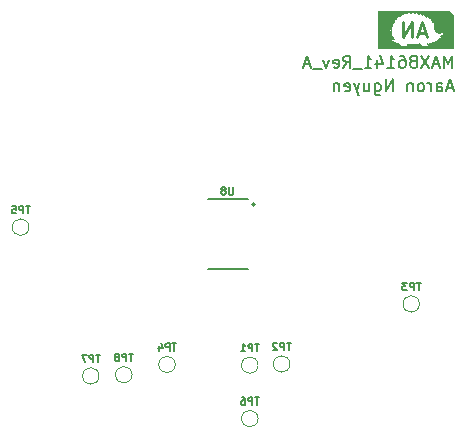
<source format=gbo>
G04 #@! TF.GenerationSoftware,KiCad,Pcbnew,(6.0.0)*
G04 #@! TF.CreationDate,2022-06-18T15:13:31-07:00*
G04 #@! TF.ProjectId,max86141_Rev_A,6d617838-3631-4343-915f-5265765f412e,A*
G04 #@! TF.SameCoordinates,Original*
G04 #@! TF.FileFunction,Legend,Bot*
G04 #@! TF.FilePolarity,Positive*
%FSLAX46Y46*%
G04 Gerber Fmt 4.6, Leading zero omitted, Abs format (unit mm)*
G04 Created by KiCad (PCBNEW (6.0.0)) date 2022-06-18 15:13:31*
%MOMM*%
%LPD*%
G01*
G04 APERTURE LIST*
%ADD10C,0.177800*%
%ADD11C,0.254000*%
%ADD12C,0.127000*%
%ADD13C,0.120000*%
%ADD14C,0.100000*%
%ADD15C,0.200000*%
%ADD16C,0.700000*%
%ADD17C,0.650000*%
%ADD18R,1.700000X1.700000*%
%ADD19O,1.700000X1.700000*%
%ADD20C,1.000000*%
%ADD21R,0.900000X0.300000*%
%ADD22R,0.850000X0.300000*%
G04 APERTURE END LIST*
D10*
X169004575Y-97629133D02*
X168520766Y-97629133D01*
X169101337Y-97919419D02*
X168762670Y-96903419D01*
X168424004Y-97919419D01*
X167649908Y-97919419D02*
X167649908Y-97387228D01*
X167698289Y-97290466D01*
X167795051Y-97242085D01*
X167988575Y-97242085D01*
X168085337Y-97290466D01*
X167649908Y-97871038D02*
X167746670Y-97919419D01*
X167988575Y-97919419D01*
X168085337Y-97871038D01*
X168133718Y-97774276D01*
X168133718Y-97677514D01*
X168085337Y-97580752D01*
X167988575Y-97532371D01*
X167746670Y-97532371D01*
X167649908Y-97483990D01*
X167166099Y-97919419D02*
X167166099Y-97242085D01*
X167166099Y-97435609D02*
X167117718Y-97338847D01*
X167069337Y-97290466D01*
X166972575Y-97242085D01*
X166875813Y-97242085D01*
X166392004Y-97919419D02*
X166488766Y-97871038D01*
X166537146Y-97822657D01*
X166585527Y-97725895D01*
X166585527Y-97435609D01*
X166537146Y-97338847D01*
X166488766Y-97290466D01*
X166392004Y-97242085D01*
X166246861Y-97242085D01*
X166150099Y-97290466D01*
X166101718Y-97338847D01*
X166053337Y-97435609D01*
X166053337Y-97725895D01*
X166101718Y-97822657D01*
X166150099Y-97871038D01*
X166246861Y-97919419D01*
X166392004Y-97919419D01*
X165617908Y-97242085D02*
X165617908Y-97919419D01*
X165617908Y-97338847D02*
X165569527Y-97290466D01*
X165472766Y-97242085D01*
X165327623Y-97242085D01*
X165230861Y-97290466D01*
X165182480Y-97387228D01*
X165182480Y-97919419D01*
X163924575Y-97919419D02*
X163924575Y-96903419D01*
X163344004Y-97919419D01*
X163344004Y-96903419D01*
X162424766Y-97242085D02*
X162424766Y-98064561D01*
X162473146Y-98161323D01*
X162521527Y-98209704D01*
X162618289Y-98258085D01*
X162763432Y-98258085D01*
X162860194Y-98209704D01*
X162424766Y-97871038D02*
X162521527Y-97919419D01*
X162715051Y-97919419D01*
X162811813Y-97871038D01*
X162860194Y-97822657D01*
X162908575Y-97725895D01*
X162908575Y-97435609D01*
X162860194Y-97338847D01*
X162811813Y-97290466D01*
X162715051Y-97242085D01*
X162521527Y-97242085D01*
X162424766Y-97290466D01*
X161505527Y-97242085D02*
X161505527Y-97919419D01*
X161940956Y-97242085D02*
X161940956Y-97774276D01*
X161892575Y-97871038D01*
X161795813Y-97919419D01*
X161650670Y-97919419D01*
X161553908Y-97871038D01*
X161505527Y-97822657D01*
X161118480Y-97242085D02*
X160876575Y-97919419D01*
X160634670Y-97242085D02*
X160876575Y-97919419D01*
X160973337Y-98161323D01*
X161021718Y-98209704D01*
X161118480Y-98258085D01*
X159860575Y-97871038D02*
X159957337Y-97919419D01*
X160150861Y-97919419D01*
X160247623Y-97871038D01*
X160296004Y-97774276D01*
X160296004Y-97387228D01*
X160247623Y-97290466D01*
X160150861Y-97242085D01*
X159957337Y-97242085D01*
X159860575Y-97290466D01*
X159812194Y-97387228D01*
X159812194Y-97483990D01*
X160296004Y-97580752D01*
X159376766Y-97242085D02*
X159376766Y-97919419D01*
X159376766Y-97338847D02*
X159328385Y-97290466D01*
X159231623Y-97242085D01*
X159086480Y-97242085D01*
X158989718Y-97290466D01*
X158941337Y-97387228D01*
X158941337Y-97919419D01*
X168956195Y-95918919D02*
X168956195Y-94902919D01*
X168617528Y-95628633D01*
X168278862Y-94902919D01*
X168278862Y-95918919D01*
X167843433Y-95628633D02*
X167359623Y-95628633D01*
X167940195Y-95918919D02*
X167601528Y-94902919D01*
X167262862Y-95918919D01*
X167020957Y-94902919D02*
X166343623Y-95918919D01*
X166343623Y-94902919D02*
X167020957Y-95918919D01*
X165811433Y-95338347D02*
X165908195Y-95289966D01*
X165956576Y-95241585D01*
X166004957Y-95144823D01*
X166004957Y-95096442D01*
X165956576Y-94999680D01*
X165908195Y-94951300D01*
X165811433Y-94902919D01*
X165617909Y-94902919D01*
X165521147Y-94951300D01*
X165472766Y-94999680D01*
X165424385Y-95096442D01*
X165424385Y-95144823D01*
X165472766Y-95241585D01*
X165521147Y-95289966D01*
X165617909Y-95338347D01*
X165811433Y-95338347D01*
X165908195Y-95386728D01*
X165956576Y-95435109D01*
X166004957Y-95531871D01*
X166004957Y-95725395D01*
X165956576Y-95822157D01*
X165908195Y-95870538D01*
X165811433Y-95918919D01*
X165617909Y-95918919D01*
X165521147Y-95870538D01*
X165472766Y-95822157D01*
X165424385Y-95725395D01*
X165424385Y-95531871D01*
X165472766Y-95435109D01*
X165521147Y-95386728D01*
X165617909Y-95338347D01*
X164553528Y-94902919D02*
X164747052Y-94902919D01*
X164843814Y-94951300D01*
X164892195Y-94999680D01*
X164988957Y-95144823D01*
X165037338Y-95338347D01*
X165037338Y-95725395D01*
X164988957Y-95822157D01*
X164940576Y-95870538D01*
X164843814Y-95918919D01*
X164650290Y-95918919D01*
X164553528Y-95870538D01*
X164505147Y-95822157D01*
X164456766Y-95725395D01*
X164456766Y-95483490D01*
X164505147Y-95386728D01*
X164553528Y-95338347D01*
X164650290Y-95289966D01*
X164843814Y-95289966D01*
X164940576Y-95338347D01*
X164988957Y-95386728D01*
X165037338Y-95483490D01*
X163489147Y-95918919D02*
X164069719Y-95918919D01*
X163779433Y-95918919D02*
X163779433Y-94902919D01*
X163876195Y-95048061D01*
X163972957Y-95144823D01*
X164069719Y-95193204D01*
X162618290Y-95241585D02*
X162618290Y-95918919D01*
X162860195Y-94854538D02*
X163102100Y-95580252D01*
X162473147Y-95580252D01*
X161553909Y-95918919D02*
X162134481Y-95918919D01*
X161844195Y-95918919D02*
X161844195Y-94902919D01*
X161940957Y-95048061D01*
X162037719Y-95144823D01*
X162134481Y-95193204D01*
X161360385Y-96015680D02*
X160586290Y-96015680D01*
X159763814Y-95918919D02*
X160102481Y-95435109D01*
X160344385Y-95918919D02*
X160344385Y-94902919D01*
X159957338Y-94902919D01*
X159860576Y-94951300D01*
X159812195Y-94999680D01*
X159763814Y-95096442D01*
X159763814Y-95241585D01*
X159812195Y-95338347D01*
X159860576Y-95386728D01*
X159957338Y-95435109D01*
X160344385Y-95435109D01*
X158941338Y-95870538D02*
X159038100Y-95918919D01*
X159231623Y-95918919D01*
X159328385Y-95870538D01*
X159376766Y-95773776D01*
X159376766Y-95386728D01*
X159328385Y-95289966D01*
X159231623Y-95241585D01*
X159038100Y-95241585D01*
X158941338Y-95289966D01*
X158892957Y-95386728D01*
X158892957Y-95483490D01*
X159376766Y-95580252D01*
X158554290Y-95241585D02*
X158312385Y-95918919D01*
X158070481Y-95241585D01*
X157925338Y-96015680D02*
X157151243Y-96015680D01*
X156957719Y-95628633D02*
X156473909Y-95628633D01*
X157054481Y-95918919D02*
X156715814Y-94902919D01*
X156377147Y-95918919D01*
D11*
X166702619Y-92947066D02*
X166097857Y-92947066D01*
X166823571Y-93309923D02*
X166400238Y-92039923D01*
X165976904Y-93309923D01*
X165553571Y-93309923D02*
X165553571Y-92039923D01*
X164827857Y-93309923D01*
X164827857Y-92039923D01*
D12*
X166307709Y-114129861D02*
X165944852Y-114129861D01*
X166126280Y-114764861D02*
X166126280Y-114129861D01*
X165733185Y-114764861D02*
X165733185Y-114129861D01*
X165491280Y-114129861D01*
X165430804Y-114160100D01*
X165400566Y-114190338D01*
X165370328Y-114250814D01*
X165370328Y-114341528D01*
X165400566Y-114402004D01*
X165430804Y-114432242D01*
X165491280Y-114462480D01*
X165733185Y-114462480D01*
X165158661Y-114129861D02*
X164765566Y-114129861D01*
X164977233Y-114371766D01*
X164886519Y-114371766D01*
X164826042Y-114402004D01*
X164795804Y-114432242D01*
X164765566Y-114492719D01*
X164765566Y-114643909D01*
X164795804Y-114704385D01*
X164826042Y-114734623D01*
X164886519Y-114764861D01*
X165067947Y-114764861D01*
X165128423Y-114734623D01*
X165158661Y-114704385D01*
X150422809Y-106030261D02*
X150422809Y-106544309D01*
X150392571Y-106604785D01*
X150362333Y-106635023D01*
X150301857Y-106665261D01*
X150180904Y-106665261D01*
X150120428Y-106635023D01*
X150090190Y-106604785D01*
X150059952Y-106544309D01*
X150059952Y-106030261D01*
X149666857Y-106302404D02*
X149727333Y-106272166D01*
X149757571Y-106241928D01*
X149787809Y-106181452D01*
X149787809Y-106151214D01*
X149757571Y-106090738D01*
X149727333Y-106060500D01*
X149666857Y-106030261D01*
X149545904Y-106030261D01*
X149485428Y-106060500D01*
X149455190Y-106090738D01*
X149424952Y-106151214D01*
X149424952Y-106181452D01*
X149455190Y-106241928D01*
X149485428Y-106272166D01*
X149545904Y-106302404D01*
X149666857Y-106302404D01*
X149727333Y-106332642D01*
X149757571Y-106362880D01*
X149787809Y-106423357D01*
X149787809Y-106544309D01*
X149757571Y-106604785D01*
X149727333Y-106635023D01*
X149666857Y-106665261D01*
X149545904Y-106665261D01*
X149485428Y-106635023D01*
X149455190Y-106604785D01*
X149424952Y-106544309D01*
X149424952Y-106423357D01*
X149455190Y-106362880D01*
X149485428Y-106332642D01*
X149545904Y-106302404D01*
X152642509Y-119311461D02*
X152279652Y-119311461D01*
X152461080Y-119946461D02*
X152461080Y-119311461D01*
X152067985Y-119946461D02*
X152067985Y-119311461D01*
X151826080Y-119311461D01*
X151765604Y-119341700D01*
X151735366Y-119371938D01*
X151705128Y-119432414D01*
X151705128Y-119523128D01*
X151735366Y-119583604D01*
X151765604Y-119613842D01*
X151826080Y-119644080D01*
X152067985Y-119644080D01*
X151100366Y-119946461D02*
X151463223Y-119946461D01*
X151281795Y-119946461D02*
X151281795Y-119311461D01*
X151342271Y-119402176D01*
X151402747Y-119462652D01*
X151463223Y-119492890D01*
X155334909Y-119209861D02*
X154972052Y-119209861D01*
X155153480Y-119844861D02*
X155153480Y-119209861D01*
X154760385Y-119844861D02*
X154760385Y-119209861D01*
X154518480Y-119209861D01*
X154458004Y-119240100D01*
X154427766Y-119270338D01*
X154397528Y-119330814D01*
X154397528Y-119421528D01*
X154427766Y-119482004D01*
X154458004Y-119512242D01*
X154518480Y-119542480D01*
X154760385Y-119542480D01*
X154155623Y-119270338D02*
X154125385Y-119240100D01*
X154064909Y-119209861D01*
X153913719Y-119209861D01*
X153853242Y-119240100D01*
X153823004Y-119270338D01*
X153792766Y-119330814D01*
X153792766Y-119391290D01*
X153823004Y-119482004D01*
X154185861Y-119844861D01*
X153792766Y-119844861D01*
X139180509Y-120225861D02*
X138817652Y-120225861D01*
X138999080Y-120860861D02*
X138999080Y-120225861D01*
X138605985Y-120860861D02*
X138605985Y-120225861D01*
X138364080Y-120225861D01*
X138303604Y-120256100D01*
X138273366Y-120286338D01*
X138243128Y-120346814D01*
X138243128Y-120437528D01*
X138273366Y-120498004D01*
X138303604Y-120528242D01*
X138364080Y-120558480D01*
X138605985Y-120558480D01*
X138031461Y-120225861D02*
X137608128Y-120225861D01*
X137880271Y-120860861D01*
X141974509Y-120124261D02*
X141611652Y-120124261D01*
X141793080Y-120759261D02*
X141793080Y-120124261D01*
X141399985Y-120759261D02*
X141399985Y-120124261D01*
X141158080Y-120124261D01*
X141097604Y-120154500D01*
X141067366Y-120184738D01*
X141037128Y-120245214D01*
X141037128Y-120335928D01*
X141067366Y-120396404D01*
X141097604Y-120426642D01*
X141158080Y-120456880D01*
X141399985Y-120456880D01*
X140674271Y-120396404D02*
X140734747Y-120366166D01*
X140764985Y-120335928D01*
X140795223Y-120275452D01*
X140795223Y-120245214D01*
X140764985Y-120184738D01*
X140734747Y-120154500D01*
X140674271Y-120124261D01*
X140553319Y-120124261D01*
X140492842Y-120154500D01*
X140462604Y-120184738D01*
X140432366Y-120245214D01*
X140432366Y-120275452D01*
X140462604Y-120335928D01*
X140492842Y-120366166D01*
X140553319Y-120396404D01*
X140674271Y-120396404D01*
X140734747Y-120426642D01*
X140764985Y-120456880D01*
X140795223Y-120517357D01*
X140795223Y-120638309D01*
X140764985Y-120698785D01*
X140734747Y-120729023D01*
X140674271Y-120759261D01*
X140553319Y-120759261D01*
X140492842Y-120729023D01*
X140462604Y-120698785D01*
X140432366Y-120638309D01*
X140432366Y-120517357D01*
X140462604Y-120456880D01*
X140492842Y-120426642D01*
X140553319Y-120396404D01*
X145632109Y-119260661D02*
X145269252Y-119260661D01*
X145450680Y-119895661D02*
X145450680Y-119260661D01*
X145057585Y-119895661D02*
X145057585Y-119260661D01*
X144815680Y-119260661D01*
X144755204Y-119290900D01*
X144724966Y-119321138D01*
X144694728Y-119381614D01*
X144694728Y-119472328D01*
X144724966Y-119532804D01*
X144755204Y-119563042D01*
X144815680Y-119593280D01*
X145057585Y-119593280D01*
X144150442Y-119472328D02*
X144150442Y-119895661D01*
X144301633Y-119230423D02*
X144452823Y-119683995D01*
X144059728Y-119683995D01*
X133236909Y-107627461D02*
X132874052Y-107627461D01*
X133055480Y-108262461D02*
X133055480Y-107627461D01*
X132662385Y-108262461D02*
X132662385Y-107627461D01*
X132420480Y-107627461D01*
X132360004Y-107657700D01*
X132329766Y-107687938D01*
X132299528Y-107748414D01*
X132299528Y-107839128D01*
X132329766Y-107899604D01*
X132360004Y-107929842D01*
X132420480Y-107960080D01*
X132662385Y-107960080D01*
X131725004Y-107627461D02*
X132027385Y-107627461D01*
X132057623Y-107929842D01*
X132027385Y-107899604D01*
X131966909Y-107869366D01*
X131815719Y-107869366D01*
X131755242Y-107899604D01*
X131725004Y-107929842D01*
X131694766Y-107990319D01*
X131694766Y-108141509D01*
X131725004Y-108201985D01*
X131755242Y-108232223D01*
X131815719Y-108262461D01*
X131966909Y-108262461D01*
X132027385Y-108232223D01*
X132057623Y-108201985D01*
X152642509Y-123832661D02*
X152279652Y-123832661D01*
X152461080Y-124467661D02*
X152461080Y-123832661D01*
X152067985Y-124467661D02*
X152067985Y-123832661D01*
X151826080Y-123832661D01*
X151765604Y-123862900D01*
X151735366Y-123893138D01*
X151705128Y-123953614D01*
X151705128Y-124044328D01*
X151735366Y-124104804D01*
X151765604Y-124135042D01*
X151826080Y-124165280D01*
X152067985Y-124165280D01*
X151160842Y-123832661D02*
X151281795Y-123832661D01*
X151342271Y-123862900D01*
X151372509Y-123893138D01*
X151432985Y-123983852D01*
X151463223Y-124104804D01*
X151463223Y-124346709D01*
X151432985Y-124407185D01*
X151402747Y-124437423D01*
X151342271Y-124467661D01*
X151221319Y-124467661D01*
X151160842Y-124437423D01*
X151130604Y-124407185D01*
X151100366Y-124346709D01*
X151100366Y-124195519D01*
X151130604Y-124135042D01*
X151160842Y-124104804D01*
X151221319Y-124074566D01*
X151342271Y-124074566D01*
X151402747Y-124104804D01*
X151432985Y-124135042D01*
X151463223Y-124195519D01*
D13*
X169037000Y-94259400D02*
X162687000Y-94259400D01*
X162687000Y-94259400D02*
X162687000Y-91084400D01*
X162687000Y-91084400D02*
X168656000Y-91084400D01*
X169037000Y-91465400D02*
X169037000Y-94259400D01*
X165608000Y-91211400D02*
X165652155Y-91228291D01*
X165570832Y-91197519D02*
G75*
G03*
X165558283Y-91193625I-42745J-115581D01*
G01*
X165570832Y-91197519D02*
X165608000Y-91211400D01*
X165652155Y-91228291D02*
X165700901Y-91247403D01*
X165700901Y-91247403D02*
X165748911Y-91266176D01*
X165748911Y-91266176D02*
X165790747Y-91281998D01*
X165440678Y-91249161D02*
X165485744Y-91261917D01*
X164530048Y-91520712D02*
G75*
G03*
X164533022Y-91519382I-5926J17241D01*
G01*
X164507833Y-91430084D02*
X164524288Y-91427278D01*
X165241101Y-91199893D02*
X165341303Y-91224293D01*
X165493970Y-91262111D02*
G75*
G03*
X165500499Y-91257839I-3109J11878D01*
G01*
X165526374Y-91194283D02*
G75*
G03*
X165518174Y-91205540I15021J-19556D01*
G01*
X165558283Y-91193625D02*
G75*
G03*
X165538323Y-91190585I-25707J-101716D01*
G01*
X164477164Y-91538744D02*
X164505436Y-91529153D01*
X164496241Y-91432299D02*
X164507833Y-91430084D01*
X165201116Y-91191703D02*
X165241101Y-91199893D01*
X164505436Y-91529153D02*
X164530048Y-91520712D01*
X165176587Y-91276387D02*
X165169752Y-91230803D01*
X164716815Y-91393813D02*
X164801219Y-91376285D01*
X164827702Y-91362980D02*
G75*
G03*
X164833701Y-91343294I-12535J14577D01*
G01*
X165162916Y-91185218D02*
X165201116Y-91191703D01*
X164533544Y-91517340D02*
X164526303Y-91506132D01*
X164526303Y-91506132D02*
X164516868Y-91492720D01*
X164533022Y-91519382D02*
G75*
G03*
X164533544Y-91517340I-710J1269D01*
G01*
X164504947Y-91477184D02*
X164473166Y-91437057D01*
X164366660Y-91576658D02*
X164407386Y-91562289D01*
X164542311Y-91424401D02*
X164559316Y-91421889D01*
X164559316Y-91421889D02*
X164581846Y-91418359D01*
X164516868Y-91492720D02*
X164504947Y-91477184D01*
X164524288Y-91427278D02*
X164542311Y-91424401D01*
X164581846Y-91418359D02*
X164622082Y-91411310D01*
X164668897Y-91402812D02*
X164716815Y-91393813D01*
X164833702Y-91343295D02*
G75*
G03*
X164819060Y-91305891I-186245J-51335D01*
G01*
X164803803Y-91276387D02*
X164990195Y-91276387D01*
X165169752Y-91230803D02*
X165162916Y-91185218D01*
X164622082Y-91411310D02*
X164668897Y-91402812D01*
X165485744Y-91261916D02*
G75*
G03*
X165493970Y-91262110I4450J14228D01*
G01*
X164407386Y-91562289D02*
X164444316Y-91549732D01*
X164444316Y-91549732D02*
X164477164Y-91538744D01*
X164990195Y-91276387D02*
X165176587Y-91276387D01*
X164473166Y-91437057D02*
X164496241Y-91432299D01*
X164801219Y-91376285D02*
G75*
G03*
X164827702Y-91362980I-13406J59693D01*
G01*
X165341303Y-91224293D02*
X165440678Y-91249161D01*
X165500499Y-91257839D02*
G75*
G03*
X165505878Y-91247850I-25711J20289D01*
G01*
X165505878Y-91247850D02*
G75*
G03*
X165510938Y-91229990I-201047J66603D01*
G01*
X164328295Y-91590619D02*
X164366660Y-91576658D01*
X164819060Y-91305891D02*
X164803803Y-91276387D01*
X165518174Y-91205540D02*
G75*
G03*
X165510938Y-91229990I216398J-77338D01*
G01*
X165538323Y-91190585D02*
G75*
G03*
X165526374Y-91194282I-986J-17970D01*
G01*
X165790747Y-91281998D02*
X165826880Y-91295285D01*
X166235385Y-91276013D02*
X166270928Y-91299414D01*
X166815172Y-91522947D02*
X166822185Y-91514062D01*
X166468098Y-91428083D02*
G75*
G03*
X166480760Y-91402510I-243085J136280D01*
G01*
X166381418Y-91391038D02*
X166399717Y-91405615D01*
X166448518Y-91444396D02*
G75*
G03*
X166456072Y-91443530I3201J5458D01*
G01*
X166629535Y-91477319D02*
X166679674Y-91522833D01*
X166875931Y-91536428D02*
X166887810Y-91551018D01*
X166270928Y-91299414D02*
X166292635Y-91315558D01*
X166764660Y-91596197D02*
G75*
G03*
X166767565Y-91594890I129J3597D01*
G01*
X166499754Y-91358632D02*
X166629535Y-91477319D01*
X166767565Y-91594890D02*
X166773908Y-91586785D01*
X166905560Y-91577456D02*
G75*
G03*
X166898353Y-91565522I-106869J-56396D01*
G01*
X166722763Y-91561198D02*
X166760963Y-91594731D01*
X166905560Y-91577456D02*
G75*
G03*
X166913607Y-91590602I107001J56466D01*
G01*
X166788636Y-91563887D02*
X166796863Y-91550175D01*
X166864452Y-91524062D02*
X166875931Y-91536428D01*
X166913607Y-91590602D02*
X166927638Y-91609782D01*
X166927638Y-91609782D02*
X166944281Y-91630846D01*
X165826879Y-91295284D02*
G75*
G03*
X165833118Y-91296387I6239J17095D01*
G01*
X165840776Y-91284395D02*
G75*
G03*
X165844440Y-91271207I-107528J36980D01*
G01*
X166363240Y-91374888D02*
X166381418Y-91391038D01*
X166838944Y-91503356D02*
G75*
G03*
X166831729Y-91504942I-1960J-8284D01*
G01*
X165833118Y-91296388D02*
G75*
G03*
X165836764Y-91294106I0J4054D01*
G01*
X166292635Y-91315558D02*
X166318005Y-91335782D01*
X165836764Y-91294106D02*
G75*
G03*
X165840776Y-91284395I-78107J37953D01*
G01*
X166399717Y-91405615D02*
X166415911Y-91417107D01*
X166088282Y-91326969D02*
X166106210Y-91336967D01*
X165881755Y-91218289D02*
G75*
G03*
X165904691Y-91234470I95293J110733D01*
G01*
X166442989Y-91433063D02*
G75*
G03*
X166438860Y-91428743I-19753J-14746D01*
G01*
X166152272Y-91367057D02*
X166173292Y-91334222D01*
X166480760Y-91402510D02*
X166499754Y-91358632D01*
X165881755Y-91218289D02*
G75*
G03*
X165867545Y-91209074I-40961J-47599D01*
G01*
X166444316Y-91437061D02*
G75*
G03*
X166442988Y-91433062I-6684J0D01*
G01*
X166173292Y-91334222D02*
X166205763Y-91285225D01*
X166009682Y-91290333D02*
X166054316Y-91310549D01*
X166781109Y-91576327D02*
X166788636Y-91563887D01*
X165904691Y-91234470D02*
X165955361Y-91262452D01*
X166847372Y-91507793D02*
G75*
G03*
X166838944Y-91503355I-12818J-14119D01*
G01*
X166847372Y-91507794D02*
X166864452Y-91524062D01*
X165858638Y-91210799D02*
G75*
G03*
X165852464Y-91222988I18163J-16858D01*
G01*
X166054316Y-91310549D02*
X166069999Y-91317623D01*
X166432848Y-91424784D02*
G75*
G03*
X166425740Y-91421839I-20747J-40026D01*
G01*
X166679674Y-91522833D02*
X166722763Y-91561198D01*
X166760963Y-91594731D02*
G75*
G03*
X166764660Y-91596197I3909J4463D01*
G01*
X166773908Y-91586785D02*
X166781109Y-91576327D01*
X166831730Y-91504943D02*
G75*
G03*
X166822185Y-91514062I41917J-53424D01*
G01*
X166219798Y-91274419D02*
G75*
G03*
X166205763Y-91285225I9641J-27040D01*
G01*
X166806177Y-91535845D02*
X166815172Y-91522947D01*
X165844440Y-91271207D02*
X165847159Y-91255562D01*
X166318005Y-91335782D02*
X166342921Y-91356673D01*
X166069999Y-91317623D02*
X166088282Y-91326969D01*
X166342921Y-91356673D02*
X166363240Y-91374888D01*
X166796863Y-91550175D02*
X166806177Y-91535845D01*
X165847159Y-91255562D02*
X165852464Y-91222988D01*
X166887810Y-91551018D02*
X166898353Y-91565522D01*
X165955361Y-91262452D02*
X166009682Y-91290333D01*
X166106210Y-91336967D02*
X166120794Y-91346061D01*
X166120794Y-91346061D02*
X166152272Y-91367057D01*
X166438860Y-91428743D02*
G75*
G03*
X166432848Y-91424784I-21945J-26781D01*
G01*
X165867544Y-91209074D02*
G75*
G03*
X165858638Y-91210799I-3273J-6953D01*
G01*
X166235385Y-91276014D02*
G75*
G03*
X166219799Y-91274420I-9467J-15572D01*
G01*
X166415912Y-91417107D02*
G75*
G03*
X166425740Y-91421839I21538J32163D01*
G01*
X166444317Y-91437061D02*
G75*
G03*
X166448518Y-91444396I8503J0D01*
G01*
X166456072Y-91443530D02*
G75*
G03*
X166468098Y-91428083I-44905J47365D01*
G01*
X167410972Y-92065641D02*
X167425827Y-92060794D01*
X167443715Y-92175073D02*
X167442299Y-92248887D01*
X167394316Y-92071387D02*
X167410972Y-92065641D01*
X167188329Y-91863418D02*
G75*
G03*
X167189766Y-91863558I790J667D01*
G01*
X167455636Y-92505541D02*
X167487113Y-92621387D01*
X166944281Y-91630846D02*
X166961403Y-91650894D01*
X167503258Y-92668340D02*
X167527270Y-92722346D01*
X167003489Y-91698263D02*
X167058784Y-91671210D01*
X167262467Y-91799101D02*
X167292885Y-91915244D01*
X167146703Y-91697740D02*
X167164237Y-91773806D01*
X167527270Y-92722346D02*
X167553152Y-92771786D01*
X167581545Y-92810622D02*
G75*
G03*
X167574270Y-92801387I-82393J-57424D01*
G01*
X167344044Y-92084534D02*
G75*
G03*
X167357324Y-92083769I5136J26471D01*
G01*
X167617611Y-92874060D02*
X167674532Y-92924833D01*
X167598563Y-92843014D02*
G75*
G03*
X167617611Y-92874060I68735J20804D01*
G01*
X167444092Y-92112934D02*
X167443715Y-92175073D01*
X167806620Y-93004694D02*
X167831398Y-93010821D01*
X166961403Y-91650894D02*
X167003489Y-91698263D01*
X167425827Y-92060794D02*
X167438411Y-92056903D01*
X167212248Y-91844850D02*
X167226256Y-91832275D01*
X167357324Y-92083769D02*
X167394316Y-92071387D01*
X167873743Y-93016388D02*
G75*
G03*
X167894966Y-93015024I0J165842D01*
G01*
X167855181Y-93015057D02*
G75*
G03*
X167873743Y-93016387I18562J128891D01*
G01*
X167144317Y-91676339D02*
G75*
G03*
X167146703Y-91697740I97169J0D01*
G01*
X167553151Y-92771786D02*
G75*
G03*
X167574270Y-92801387I149524J84342D01*
G01*
X167921598Y-93001729D02*
G75*
G03*
X167934478Y-92986161I-100856J96554D01*
G01*
X167894966Y-93015024D02*
G75*
G03*
X167909561Y-93010588I-5881J45579D01*
G01*
X167973994Y-92948592D02*
G75*
G03*
X167934478Y-92986161I76934J-120489D01*
G01*
X168217309Y-93036166D02*
G75*
G03*
X168192989Y-92990043I-396433J-179553D01*
G01*
X167164237Y-91773806D02*
X167183090Y-91853072D01*
X167292885Y-91915244D02*
X167305015Y-91961729D01*
X167325732Y-92042082D02*
X167329894Y-92058887D01*
X167784655Y-92997436D02*
G75*
G03*
X167806620Y-93004694I93450J245942D01*
G01*
X168087452Y-92916400D02*
G75*
G03*
X168028639Y-92924034I-3693J-201911D01*
G01*
X168139095Y-92928106D02*
G75*
G03*
X168087451Y-92916400I-54026J-118575D01*
G01*
X167183090Y-91853072D02*
G75*
G03*
X167188329Y-91863418I24438J5875D01*
G01*
X167226256Y-91832275D02*
X167262467Y-91799101D01*
X167443900Y-92058393D02*
X167444092Y-92112934D01*
X167443901Y-92058393D02*
G75*
G03*
X167441885Y-92056387I-2016J-10D01*
G01*
X167674532Y-92924833D02*
X167736794Y-92972186D01*
X167588727Y-92821865D02*
X167594787Y-92833291D01*
X167440337Y-92379802D02*
G75*
G03*
X167443994Y-92443969I512043J-3006D01*
G01*
X167736794Y-92972187D02*
G75*
G03*
X167784655Y-92997436I126619J182024D01*
G01*
X168028638Y-92924035D02*
G75*
G03*
X167973993Y-92948593I56238J-198212D01*
G01*
X167487112Y-92621388D02*
G75*
G03*
X167503258Y-92668340I437575J124216D01*
G01*
X167200178Y-91855108D02*
X167212248Y-91844850D01*
X167329893Y-92058887D02*
G75*
G03*
X167336208Y-92078168I121525J29125D01*
G01*
X167138446Y-91658509D02*
G75*
G03*
X167123869Y-91650597I-15749J-11631D01*
G01*
X167144316Y-91676339D02*
G75*
G03*
X167138446Y-91658509I-30012J0D01*
G01*
X167598564Y-92843015D02*
G75*
G03*
X167594787Y-92833291I-65271J-19756D01*
G01*
X168163572Y-92947409D02*
G75*
G03*
X168139095Y-92928106I-51636J-40307D01*
G01*
X167336208Y-92078169D02*
G75*
G03*
X167344044Y-92084535I9876J4150D01*
G01*
X167098163Y-91654385D02*
G75*
G03*
X167058784Y-91671210I144352J-392357D01*
G01*
X167442299Y-92248887D02*
X167440337Y-92379802D01*
X168192989Y-92990043D02*
G75*
G03*
X168163572Y-92947409I-376758J-228493D01*
G01*
X167441885Y-92056388D02*
G75*
G03*
X167438411Y-92056903I0J-11976D01*
G01*
X167831398Y-93010821D02*
X167855181Y-93015058D01*
X167305015Y-91961729D02*
X167316304Y-92005349D01*
X167123870Y-91650597D02*
G75*
G03*
X167098163Y-91654385I-3799J-63337D01*
G01*
X167581545Y-92810623D02*
X167588727Y-92821865D01*
X167909561Y-93010588D02*
G75*
G03*
X167921598Y-93001729I-19376J38933D01*
G01*
X167316304Y-92005349D02*
X167325732Y-92042082D01*
X167443994Y-92443969D02*
G75*
G03*
X167455636Y-92505541I463660J55781D01*
G01*
X167189766Y-91863558D02*
X167200178Y-91855108D01*
X167514316Y-93735116D02*
X167380227Y-93788538D01*
X167758343Y-93578292D02*
X167620939Y-93677504D01*
X166950010Y-94038505D02*
G75*
G03*
X166954374Y-94008789I-56614J23492D01*
G01*
X166898128Y-93886110D02*
G75*
G03*
X166895293Y-93898527I4896J-7650D01*
G01*
X167167257Y-93845295D02*
G75*
G03*
X167275122Y-93822067I-186137J1126421D01*
G01*
X166274704Y-93996542D02*
G75*
G03*
X166322369Y-94044315I327944J279538D01*
G01*
X166235713Y-93942946D02*
G75*
G03*
X166274704Y-93996543I367100J226082D01*
G01*
X165159665Y-94075766D02*
G75*
G03*
X165208665Y-94066635I-722J139910D01*
G01*
X164488754Y-93952225D02*
G75*
G03*
X164499787Y-93994578I238066J39404D01*
G01*
X166463892Y-94073400D02*
X166388219Y-94070333D01*
X165225322Y-93982623D02*
G75*
G03*
X165199993Y-93937392I-288286J-131726D01*
G01*
X164499786Y-93994578D02*
G75*
G03*
X164517404Y-94027829I125452J45176D01*
G01*
X165694993Y-93886387D02*
X165165669Y-93886387D01*
X164420023Y-93866731D02*
X164284432Y-93830882D01*
X164019829Y-93744146D02*
X163904316Y-93700166D01*
X164488754Y-93952226D02*
G75*
G03*
X164476645Y-93905469I-266935J-44183D01*
G01*
X167885799Y-93472022D02*
X167758343Y-93578292D01*
X163803346Y-93653196D02*
G75*
G03*
X163904316Y-93700166I421134J773294D01*
G01*
X166866920Y-94073509D02*
X166794544Y-94075809D01*
X168054959Y-93251262D02*
G75*
G03*
X168008549Y-93310967I615846J-526607D01*
G01*
X166363873Y-94066430D02*
G75*
G03*
X166388219Y-94070333I29525J106280D01*
G01*
X166554226Y-94075593D02*
X166463892Y-94073400D01*
X168224316Y-93068626D02*
G75*
G03*
X168217308Y-93036167I-78674J0D01*
G01*
X168197310Y-93132062D02*
G75*
G03*
X168217562Y-93099313I-125029J99956D01*
G01*
X167885799Y-93472022D02*
G75*
G03*
X167952027Y-93394650I-253998J284443D01*
G01*
X166895293Y-93898527D02*
G75*
G03*
X166919054Y-93933082I358907J221348D01*
G01*
X166011807Y-93886807D02*
X165694993Y-93886387D01*
X166224316Y-93902707D02*
G75*
G03*
X166235713Y-93942946I76736J0D01*
G01*
X165159665Y-94075766D02*
X164895016Y-94076259D01*
X168008549Y-93310967D02*
X167952027Y-93394650D01*
X166954375Y-94008789D02*
G75*
G03*
X166943929Y-93972898I-103011J-10514D01*
G01*
X167275122Y-93822067D02*
G75*
G03*
X167380227Y-93788538I-293904J1102822D01*
G01*
X168131019Y-93185326D02*
G75*
G03*
X168095002Y-93209945I69853J-140849D01*
G01*
X166322370Y-94044316D02*
G75*
G03*
X166363873Y-94066429I70527J82363D01*
G01*
X164457972Y-93882791D02*
G75*
G03*
X164420023Y-93866731I-77840J-131069D01*
G01*
X166910635Y-94069256D02*
X166866920Y-94073509D01*
X164895016Y-94076259D02*
X164635375Y-94074776D01*
X165228767Y-94049106D02*
G75*
G03*
X165234986Y-94020824I-45440J24816D01*
G01*
X167167257Y-93845296D02*
X167024316Y-93865702D01*
X164284432Y-93830882D02*
X164211382Y-93810046D01*
X164517404Y-94027829D02*
G75*
G03*
X164541409Y-94051525I84014J61103D01*
G01*
X166224317Y-93902707D02*
G75*
G03*
X166214775Y-93892522I-10207J0D01*
G01*
X168167197Y-93162226D02*
G75*
G03*
X168197310Y-93132062I-121324J151232D01*
G01*
X166794544Y-94075809D02*
X166654591Y-94076332D01*
X166140730Y-93888965D02*
X166011807Y-93886807D01*
X164122476Y-93780843D02*
X164019829Y-93744146D01*
X166932092Y-94060820D02*
G75*
G03*
X166950010Y-94038505I-29377J41940D01*
G01*
X164541409Y-94051525D02*
G75*
G03*
X164571296Y-94065718I55676J78676D01*
G01*
X165165669Y-93886387D02*
X165199993Y-93937392D01*
X166654591Y-94076332D02*
X166554226Y-94075593D01*
X164571296Y-94065718D02*
G75*
G03*
X164635375Y-94074776I66562J239697D01*
G01*
X167514316Y-93735116D02*
G75*
G03*
X167620939Y-93677504I-251351J592648D01*
G01*
X166917638Y-93879012D02*
G75*
G03*
X166898127Y-93886111I6081J-47078D01*
G01*
X165234986Y-94020824D02*
G75*
G03*
X165225321Y-93982624I-109322J-7336D01*
G01*
X168095002Y-93209945D02*
G75*
G03*
X168054960Y-93251262I311236J-341694D01*
G01*
X166943929Y-93972898D02*
G75*
G03*
X166919054Y-93933082I-224259J-112426D01*
G01*
X168217562Y-93099313D02*
G75*
G03*
X168224316Y-93068626I-66336J30687D01*
G01*
X166910635Y-94069255D02*
G75*
G03*
X166932091Y-94060820I-6776J48741D01*
G01*
X165208665Y-94066635D02*
G75*
G03*
X165228767Y-94049106I-13678J35977D01*
G01*
X167024316Y-93865702D02*
X166917639Y-93879012D01*
X164476645Y-93905468D02*
G75*
G03*
X164457972Y-93882791I-40784J-14555D01*
G01*
X168131019Y-93185326D02*
G75*
G03*
X168167197Y-93162226I-88582J178615D01*
G01*
X164211382Y-93810046D02*
X164122476Y-93780843D01*
X166214775Y-93892522D02*
X166140730Y-93888965D01*
X164045813Y-93528271D02*
G75*
G03*
X164064096Y-93516723I-2716J24546D01*
G01*
X163651200Y-93492370D02*
G75*
G03*
X163637616Y-93502071I108J-14513D01*
G01*
X164067966Y-93502648D02*
G75*
G03*
X164066482Y-93495758I-21374J-999D01*
G01*
X163931031Y-93330229D02*
X163920597Y-93297766D01*
X163712997Y-92544703D02*
X163696319Y-92539585D01*
X163740319Y-92481170D02*
X163760030Y-92459186D01*
X163760030Y-92459186D02*
X163781236Y-92434261D01*
X163815012Y-92391387D02*
X163828549Y-92373570D01*
X163714381Y-93493549D02*
X163787777Y-93499827D01*
X163938999Y-93525247D02*
G75*
G03*
X164000439Y-93530258I73380J520527D01*
G01*
X163637616Y-93502070D02*
G75*
G03*
X163646096Y-93538408I32757J-11514D01*
G01*
X164041318Y-93485295D02*
G75*
G03*
X164028839Y-93492620I68107J-130314D01*
G01*
X163920597Y-93297766D02*
X163914016Y-93274493D01*
X163853873Y-93233304D02*
X163805690Y-93239011D01*
X164049778Y-93482815D02*
G75*
G03*
X164041318Y-93485295I2003J-22500D01*
G01*
X163805690Y-93239011D02*
X163811282Y-93076585D01*
X163757909Y-92555358D02*
X163733530Y-92550089D01*
X163914016Y-93274493D02*
X163902056Y-93227598D01*
X163761349Y-92781387D02*
X163775686Y-92738945D01*
X163733530Y-92550089D02*
X163712997Y-92544703D01*
X163787777Y-93499827D02*
X163862707Y-93512148D01*
X163781236Y-92434261D02*
X163800778Y-92410231D01*
X164000439Y-93530258D02*
G75*
G03*
X164045813Y-93528271I7765J341806D01*
G01*
X164062827Y-93489594D02*
G75*
G03*
X164056489Y-93484277I-17769J-14746D01*
G01*
X163943101Y-93365466D02*
X163931031Y-93330229D01*
X163828549Y-92373570D02*
X163845647Y-92352998D01*
X163721935Y-92894892D02*
X163761349Y-92781387D01*
X163816875Y-92914159D02*
X163764580Y-92921351D01*
X163695650Y-92533034D02*
G75*
G03*
X163694316Y-92536835I4750J-3801D01*
G01*
X163845647Y-92352998D02*
X163863411Y-92332978D01*
X163695650Y-92533034D02*
X163707830Y-92518056D01*
X163863411Y-92332978D02*
X163879010Y-92316869D01*
X163988140Y-93496227D02*
G75*
G03*
X163997805Y-93501896I12198J9722D01*
G01*
X163879010Y-92316869D02*
X163892536Y-92303085D01*
X163811282Y-93076585D02*
X163816875Y-92914159D01*
X164064096Y-93516723D02*
G75*
G03*
X164067145Y-93509800I-23149J14328D01*
G01*
X163694316Y-92536835D02*
G75*
G03*
X163696319Y-92539585I2890J0D01*
G01*
X163722689Y-92500674D02*
X163740319Y-92481170D01*
X163801762Y-92653238D02*
X163808946Y-92624693D01*
X163984316Y-93485292D02*
G75*
G03*
X163983264Y-93478568I-22002J1D01*
G01*
X163984316Y-93485291D02*
G75*
G03*
X163988141Y-93496227I17546J0D01*
G01*
X163775686Y-92738945D02*
X163789786Y-92694109D01*
X163721935Y-92894893D02*
G75*
G03*
X163718692Y-92915762I56636J-19487D01*
G01*
X163955146Y-93398382D02*
X163943101Y-93365466D01*
X163997805Y-93501896D02*
G75*
G03*
X164012306Y-93500694I4856J29498D01*
G01*
X163707830Y-92518056D02*
X163722689Y-92500674D01*
X163712674Y-93595235D02*
G75*
G03*
X163803346Y-93653196I458172J616849D01*
G01*
X164056490Y-93484277D02*
G75*
G03*
X164049778Y-93482814I-5693J-9990D01*
G01*
X163975748Y-93455671D02*
X163966321Y-93428600D01*
X163800778Y-92410231D02*
X163815012Y-92391387D01*
X163966321Y-93428600D02*
X163955146Y-93398382D01*
X163808946Y-92624693D02*
X163821501Y-92567999D01*
X163651201Y-93492370D02*
X163714381Y-93493549D01*
X163646096Y-93538408D02*
G75*
G03*
X163712674Y-93595235I452370J462574D01*
G01*
X163862707Y-93512148D02*
X163938999Y-93525247D01*
X163983264Y-93478568D02*
X163975748Y-93455671D01*
X163902056Y-93227598D02*
X163853873Y-93233304D01*
X164067144Y-93509800D02*
G75*
G03*
X164067966Y-93502648I-21594J6104D01*
G01*
X163821501Y-92567999D02*
X163757909Y-92555358D01*
X164012306Y-93500694D02*
G75*
G03*
X164028839Y-93492620I-23666J69425D01*
G01*
X164066482Y-93495757D02*
G75*
G03*
X164062827Y-93489593I-21227J-8420D01*
G01*
X163718692Y-92915761D02*
G75*
G03*
X163727493Y-92924214I8651J199D01*
G01*
X163727494Y-92924214D02*
G75*
G03*
X163764580Y-92921351I-5424J311949D01*
G01*
X163789786Y-92694109D02*
X163801762Y-92653238D01*
X163815030Y-92219701D02*
X163841363Y-92193571D01*
X164027403Y-92011744D02*
X164056346Y-91982100D01*
X164234317Y-91732190D02*
G75*
G03*
X164232937Y-91725801I-15483J0D01*
G01*
X164209346Y-91753796D02*
G75*
G03*
X164222428Y-91745433I-63531J113792D01*
G01*
X164019164Y-91950429D02*
X164006899Y-91940817D01*
X164183476Y-91646212D02*
X164211396Y-91635790D01*
X163914316Y-92274647D02*
G75*
G03*
X163912182Y-92270684I-4746J0D01*
G01*
X163871088Y-92164359D02*
X163906388Y-92130148D01*
X163815030Y-92219701D02*
G75*
G03*
X163814316Y-92221416I1704J-1715D01*
G01*
X163979916Y-92058753D02*
X164010745Y-92028480D01*
X163976869Y-91911375D02*
G75*
G03*
X163974609Y-91915553I3313J-4492D01*
G01*
X164222427Y-91745433D02*
G75*
G03*
X164231959Y-91737594I-60629J83435D01*
G01*
X163892536Y-92303085D02*
X163903945Y-92290227D01*
X163974609Y-91915553D02*
G75*
G03*
X163976532Y-91919627I4714J-266D01*
G01*
X164232937Y-91725801D02*
X164226849Y-91713319D01*
X163845148Y-92237007D02*
X163829004Y-92229506D01*
X164231959Y-91737593D02*
G75*
G03*
X164234316Y-91732190I-5015J5403D01*
G01*
X163906388Y-92130148D02*
X163943760Y-92093992D01*
X164010745Y-92028480D02*
X164027403Y-92011744D01*
X164226849Y-91713319D02*
X164218630Y-91698762D01*
X163912774Y-92279195D02*
G75*
G03*
X163914316Y-92274647I-5939J4548D01*
G01*
X163995399Y-91932292D02*
X163986874Y-91926596D01*
X164193844Y-91761600D02*
X164209345Y-91753796D01*
X164211396Y-91635790D02*
X164226063Y-91630232D01*
X164226063Y-91630232D02*
X164248740Y-91621474D01*
X164248740Y-91621474D02*
X164274297Y-91611519D01*
X164208896Y-91683621D02*
X164183476Y-91646212D01*
X164274297Y-91611519D02*
X164299316Y-91601688D01*
X163912182Y-92270684D02*
X163899629Y-92262888D01*
X164048655Y-91863820D02*
X164097956Y-91829879D01*
X164056346Y-91982100D02*
X164030388Y-91959773D01*
X164299316Y-91601688D02*
X164328295Y-91590619D01*
X163883477Y-92254235D02*
X163864316Y-92245434D01*
X164218630Y-91698762D02*
X164208896Y-91683621D01*
X164097956Y-91829879D02*
X164136951Y-91801715D01*
X164136951Y-91801715D02*
G75*
G03*
X164146344Y-91791443I-21208J28824D01*
G01*
X163864316Y-92245434D02*
X163845148Y-92237007D01*
X163829004Y-92229506D02*
X163815184Y-92222807D01*
X163903945Y-92290227D02*
X163912775Y-92279196D01*
X163899629Y-92262888D02*
X163883477Y-92254235D01*
X163986874Y-91926596D02*
X163976532Y-91919627D01*
X163988170Y-91903567D02*
X164048655Y-91863820D01*
X164151460Y-91785862D02*
X164163196Y-91777895D01*
X163814316Y-92221416D02*
G75*
G03*
X163815184Y-92222807I1548J0D01*
G01*
X163841363Y-92193571D02*
X163871088Y-92164359D01*
X163943760Y-92093992D02*
X163979916Y-92058753D01*
X164151460Y-91785862D02*
G75*
G03*
X164146344Y-91791443I11426J-15609D01*
G01*
X164163196Y-91777895D02*
X164177834Y-91769438D01*
X164030388Y-91959773D02*
X164019164Y-91950429D01*
X164177834Y-91769438D02*
X164193844Y-91761600D01*
X164006899Y-91940817D02*
X163995399Y-91932292D01*
X163976869Y-91911375D02*
X163988170Y-91903567D01*
D14*
X167262467Y-91799101D02*
X167444092Y-92112934D01*
X167444092Y-92112934D02*
X167487113Y-92621387D01*
X167487113Y-92621387D02*
X167736794Y-92972186D01*
X167736794Y-92972186D02*
X167873743Y-93016387D01*
X167873743Y-93016387D02*
X168087451Y-92916400D01*
X168087451Y-92916400D02*
X168192989Y-92990043D01*
X168192989Y-92990043D02*
X168197310Y-93132062D01*
X168197310Y-93132062D02*
X167885799Y-93472022D01*
X167885799Y-93472022D02*
X167894000Y-94259400D01*
X167894000Y-94259400D02*
X169037000Y-94259400D01*
X169037000Y-94259400D02*
X169037000Y-91450160D01*
X169037000Y-91450160D02*
X168666160Y-91079320D01*
X168666160Y-91079320D02*
X167259000Y-91084400D01*
X167259000Y-91084400D02*
X167262467Y-91799101D01*
G36*
X169037000Y-91450160D02*
G01*
X169037000Y-94259400D01*
X167894000Y-94259400D01*
X167885799Y-93472022D01*
X168197310Y-93132062D01*
X168192989Y-92990043D01*
X168087451Y-92916400D01*
X167873743Y-93016387D01*
X167736794Y-92972186D01*
X167487113Y-92621387D01*
X167444092Y-92112934D01*
X167262467Y-91799101D01*
X167259000Y-91084400D01*
X168666160Y-91079320D01*
X169037000Y-91450160D01*
G37*
X169037000Y-91450160D02*
X169037000Y-94259400D01*
X167894000Y-94259400D01*
X167885799Y-93472022D01*
X168197310Y-93132062D01*
X168192989Y-92990043D01*
X168087451Y-92916400D01*
X167873743Y-93016387D01*
X167736794Y-92972186D01*
X167487113Y-92621387D01*
X167444092Y-92112934D01*
X167262467Y-91799101D01*
X167259000Y-91084400D01*
X168666160Y-91079320D01*
X169037000Y-91450160D01*
X162687000Y-92227400D02*
X163871088Y-92164359D01*
X163871088Y-92164359D02*
X164027403Y-92011744D01*
X164027403Y-92011744D02*
X163988170Y-91903567D01*
X163988170Y-91903567D02*
X164084000Y-91846400D01*
X164084000Y-91846400D02*
X164209346Y-91753796D01*
X164209346Y-91753796D02*
X164211396Y-91635790D01*
X164211396Y-91635790D02*
X164505436Y-91529153D01*
X164505436Y-91529153D02*
X164524288Y-91427278D01*
X164524288Y-91427278D02*
X164801219Y-91376285D01*
X164801219Y-91376285D02*
X164819060Y-91305891D01*
X164819060Y-91305891D02*
X165176587Y-91276387D01*
X165176587Y-91276387D02*
X165201116Y-91191703D01*
X165201116Y-91191703D02*
X165485744Y-91261916D01*
X165485744Y-91261916D02*
X165541395Y-91213839D01*
X165541395Y-91213839D02*
X165826880Y-91295285D01*
X165826880Y-91295285D02*
X165876801Y-91227657D01*
X165876801Y-91227657D02*
X166152272Y-91367057D01*
X166152272Y-91367057D02*
X166229439Y-91301459D01*
X166229439Y-91301459D02*
X166456072Y-91443530D01*
X166456072Y-91443530D02*
X166499754Y-91358632D01*
X166499754Y-91358632D02*
X166764660Y-91596197D01*
X166764660Y-91596197D02*
X166864452Y-91524062D01*
X166864452Y-91524062D02*
X167003489Y-91698263D01*
X167003489Y-91698263D02*
X167122697Y-91670140D01*
X167122697Y-91670140D02*
X167164237Y-91773806D01*
X167164237Y-91773806D02*
X167262467Y-91799101D01*
X167262467Y-91799101D02*
X167262467Y-91084400D01*
X167262467Y-91084400D02*
X162687000Y-91084400D01*
X162687000Y-91084400D02*
X162687000Y-92227400D01*
G36*
X167262467Y-91799101D02*
G01*
X167164237Y-91773806D01*
X167122697Y-91670140D01*
X167003489Y-91698263D01*
X166864452Y-91524062D01*
X166764660Y-91596197D01*
X166499754Y-91358632D01*
X166456072Y-91443530D01*
X166229439Y-91301459D01*
X166152272Y-91367057D01*
X165876801Y-91227657D01*
X165826880Y-91295285D01*
X165541395Y-91213839D01*
X165485744Y-91261916D01*
X165201116Y-91191703D01*
X165176587Y-91276387D01*
X164819060Y-91305891D01*
X164801219Y-91376285D01*
X164524288Y-91427278D01*
X164505436Y-91529153D01*
X164211396Y-91635790D01*
X164209346Y-91753796D01*
X164084000Y-91846400D01*
X163988170Y-91903567D01*
X164027403Y-92011744D01*
X163871088Y-92164359D01*
X162687000Y-92227400D01*
X162687000Y-91084400D01*
X167262467Y-91084400D01*
X167262467Y-91799101D01*
G37*
X167262467Y-91799101D02*
X167164237Y-91773806D01*
X167122697Y-91670140D01*
X167003489Y-91698263D01*
X166864452Y-91524062D01*
X166764660Y-91596197D01*
X166499754Y-91358632D01*
X166456072Y-91443530D01*
X166229439Y-91301459D01*
X166152272Y-91367057D01*
X165876801Y-91227657D01*
X165826880Y-91295285D01*
X165541395Y-91213839D01*
X165485744Y-91261916D01*
X165201116Y-91191703D01*
X165176587Y-91276387D01*
X164819060Y-91305891D01*
X164801219Y-91376285D01*
X164524288Y-91427278D01*
X164505436Y-91529153D01*
X164211396Y-91635790D01*
X164209346Y-91753796D01*
X164084000Y-91846400D01*
X163988170Y-91903567D01*
X164027403Y-92011744D01*
X163871088Y-92164359D01*
X162687000Y-92227400D01*
X162687000Y-91084400D01*
X167262467Y-91084400D01*
X167262467Y-91799101D01*
X162687000Y-94259400D02*
X164465000Y-94259400D01*
X164465000Y-94259400D02*
X164457972Y-93882791D01*
X164457972Y-93882791D02*
X164019829Y-93744146D01*
X164019829Y-93744146D02*
X163712674Y-93595235D01*
X163712674Y-93595235D02*
X163703000Y-93497400D01*
X163703000Y-93497400D02*
X163997805Y-93501896D01*
X163997805Y-93501896D02*
X163914016Y-93274493D01*
X163914016Y-93274493D02*
X163805690Y-93239011D01*
X163805690Y-93239011D02*
X163816875Y-92914159D01*
X163816875Y-92914159D02*
X163721935Y-92894892D01*
X163721935Y-92894892D02*
X163830000Y-92608400D01*
X163830000Y-92608400D02*
X163733530Y-92550089D01*
X163733530Y-92550089D02*
X163879010Y-92316869D01*
X163879010Y-92316869D02*
X163815184Y-92222807D01*
X163815184Y-92222807D02*
X163871088Y-92164359D01*
X163871088Y-92164359D02*
X162687000Y-92164359D01*
X162687000Y-92164359D02*
X162687000Y-94259400D01*
G36*
X163815184Y-92222807D02*
G01*
X163879010Y-92316869D01*
X163733530Y-92550089D01*
X163830000Y-92608400D01*
X163721935Y-92894892D01*
X163816875Y-92914159D01*
X163805690Y-93239011D01*
X163914016Y-93274493D01*
X163997805Y-93501896D01*
X163703000Y-93497400D01*
X163712674Y-93595235D01*
X164019829Y-93744146D01*
X164457972Y-93882791D01*
X164465000Y-94259400D01*
X162687000Y-94259400D01*
X162687000Y-92164359D01*
X163871088Y-92164359D01*
X163815184Y-92222807D01*
G37*
X163815184Y-92222807D02*
X163879010Y-92316869D01*
X163733530Y-92550089D01*
X163830000Y-92608400D01*
X163721935Y-92894892D01*
X163816875Y-92914159D01*
X163805690Y-93239011D01*
X163914016Y-93274493D01*
X163997805Y-93501896D01*
X163703000Y-93497400D01*
X163712674Y-93595235D01*
X164019829Y-93744146D01*
X164457972Y-93882791D01*
X164465000Y-94259400D01*
X162687000Y-94259400D01*
X162687000Y-92164359D01*
X163871088Y-92164359D01*
X163815184Y-92222807D01*
X167620939Y-93677504D02*
X166917638Y-93879012D01*
X166917638Y-93879012D02*
X166910635Y-94069256D01*
X166910635Y-94069256D02*
X166363873Y-94066430D01*
X166363873Y-94066430D02*
X166214110Y-93902707D01*
X166214110Y-93902707D02*
X165165669Y-93886387D01*
X165165669Y-93886387D02*
X165208665Y-94066635D01*
X165208665Y-94066635D02*
X164571296Y-94065718D01*
X164571296Y-94065718D02*
X164476645Y-93905469D01*
X164476645Y-93905469D02*
X164465000Y-94259400D01*
X164465000Y-94259400D02*
X167894000Y-94259400D01*
X167894000Y-94259400D02*
X167894000Y-93497400D01*
X167894000Y-93497400D02*
X167620939Y-93677504D01*
G36*
X167894000Y-94259400D02*
G01*
X164465000Y-94259400D01*
X164476645Y-93905469D01*
X164571296Y-94065718D01*
X165208665Y-94066635D01*
X165165669Y-93886387D01*
X166214110Y-93902707D01*
X166363873Y-94066430D01*
X166910635Y-94069256D01*
X166917638Y-93879012D01*
X167620939Y-93677504D01*
X167894000Y-93497400D01*
X167894000Y-94259400D01*
G37*
X167894000Y-94259400D02*
X164465000Y-94259400D01*
X164476645Y-93905469D01*
X164571296Y-94065718D01*
X165208665Y-94066635D01*
X165165669Y-93886387D01*
X166214110Y-93902707D01*
X166363873Y-94066430D01*
X166910635Y-94069256D01*
X166917638Y-93879012D01*
X167620939Y-93677504D01*
X167894000Y-93497400D01*
X167894000Y-94259400D01*
D13*
X166206400Y-115925600D02*
G75*
G03*
X166206400Y-115925600I-700000J0D01*
G01*
D12*
X148300000Y-112964000D02*
X151700000Y-112964000D01*
X151700000Y-107036000D02*
X148300000Y-107036000D01*
D15*
X152250000Y-107500000D02*
G75*
G03*
X152250000Y-107500000I-100000J0D01*
G01*
D13*
X152541200Y-121107200D02*
G75*
G03*
X152541200Y-121107200I-700000J0D01*
G01*
X155233600Y-121005600D02*
G75*
G03*
X155233600Y-121005600I-700000J0D01*
G01*
X139079200Y-122021600D02*
G75*
G03*
X139079200Y-122021600I-700000J0D01*
G01*
X141873200Y-121920000D02*
G75*
G03*
X141873200Y-121920000I-700000J0D01*
G01*
X145530800Y-121056400D02*
G75*
G03*
X145530800Y-121056400I-700000J0D01*
G01*
X133135600Y-109423200D02*
G75*
G03*
X133135600Y-109423200I-700000J0D01*
G01*
X152541200Y-125628400D02*
G75*
G03*
X152541200Y-125628400I-700000J0D01*
G01*
%LPC*%
D16*
X132900000Y-123000000D03*
X131100000Y-123000000D03*
D17*
X136000000Y-107110000D03*
X136000000Y-112890000D03*
D18*
X136477000Y-98743000D03*
D19*
X136477000Y-96203000D03*
X136477000Y-93663000D03*
D16*
X131100000Y-97000000D03*
X132900000Y-97000000D03*
D20*
X165506400Y-115925600D03*
D21*
X151150000Y-107500000D03*
X151150000Y-108050000D03*
X151150000Y-108550000D03*
X151150000Y-109050000D03*
X151150000Y-109550000D03*
X151150000Y-110050000D03*
X151150000Y-110550000D03*
X151150000Y-111050000D03*
X151150000Y-111550000D03*
X151150000Y-112500000D03*
D22*
X150000000Y-112500000D03*
D21*
X148850000Y-112500000D03*
X148850000Y-111550000D03*
X148850000Y-111050000D03*
X148850000Y-110550000D03*
X148850000Y-110050000D03*
X148850000Y-109550000D03*
X148850000Y-109050000D03*
X148850000Y-108550000D03*
X148850000Y-108050000D03*
X148850000Y-107500000D03*
D22*
X150000000Y-107500000D03*
D20*
X151841200Y-121107200D03*
X154533600Y-121005600D03*
X138379200Y-122021600D03*
X141173200Y-121920000D03*
X144830800Y-121056400D03*
X132435600Y-109423200D03*
X151841200Y-125628400D03*
M02*

</source>
